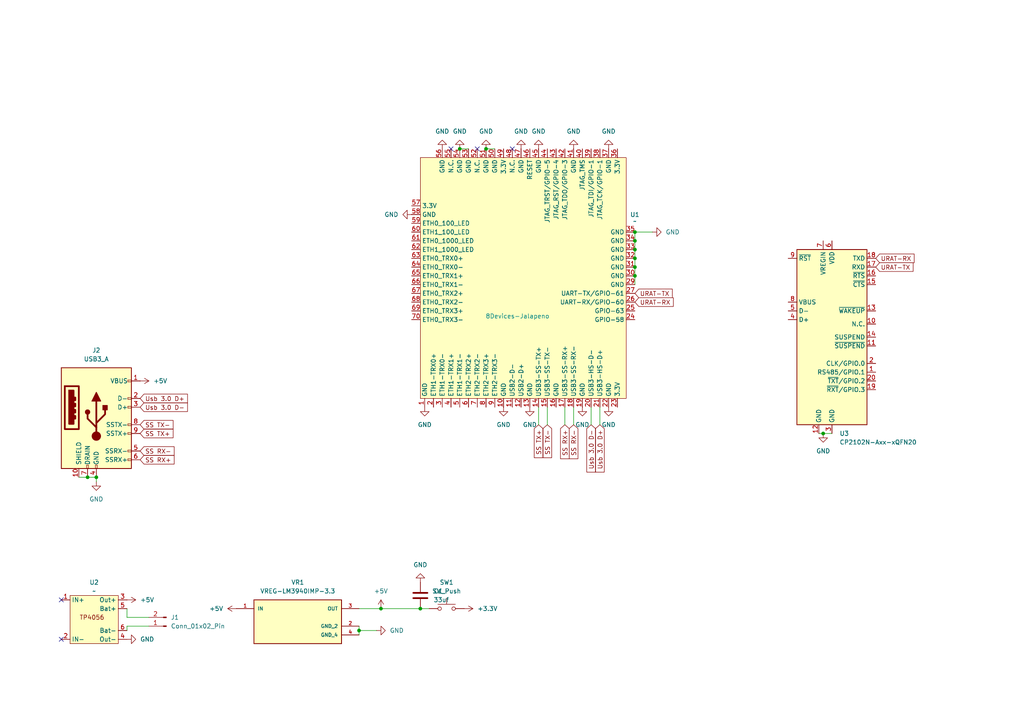
<source format=kicad_sch>
(kicad_sch (version 20231120) (generator "eeschema") (generator_version "8.0")
  (paper "A4")
  (lib_symbols
    (symbol "Connector:Conn_01x02_Pin" (pin_names (offset 1.016) hide)
      (property "Reference" "J" (at 0 2.54 0))
      (property "Value" "Conn_01x02_Pin" (at 0 -5.08 0))
      (symbol "Conn_01x02_Pin_1_1"
        (polyline (pts (xy 1.27 -2.54) (xy 0.8636 -2.54)) (stroke (width 0.1524)))
        (polyline (pts (xy 1.27 0) (xy 0.8636 0)) (stroke (width 0.1524)))
        (rectangle (start 0.8636 -2.413) (end 0 -2.667) (stroke (width 0.1524)) (fill (type outline)))
        (rectangle (start 0.8636 0.127) (end 0 -0.127) (stroke (width 0.1524)) (fill (type outline)))
        (pin passive line (at 5.08 0 180) (length 3.81) (name "Pin_1") (number "1"))
        (pin passive line (at 5.08 -2.54 180) (length 3.81) (name "Pin_2") (number "2"))
      )
    )
    (symbol "Connector:USB3_A" (pin_names (offset 1.016))
      (property "Reference" "J2" (at 0 19.05 0))
      (property "Value" "USB3_A" (at 0 16.51 0))
      (symbol "USB3_A_0_0"
        (rectangle (start -9.144 8.636) (end -5.08 -3.81) (stroke (width 0.508)))
        (rectangle (start -7.874 7.366) (end -6.604 -2.286) (stroke (width 0.508)) (fill (type outline)))
        (rectangle (start -6.35 0) (end -6.096 -0.762) (stroke (width 0.508)))
        (rectangle (start -6.35 1.778) (end -6.096 1.016) (stroke (width 0.508)))
        (rectangle (start -6.35 3.556) (end -6.096 2.794) (stroke (width 0.508)))
        (rectangle (start -6.35 5.334) (end -6.096 4.572) (stroke (width 0.508)))
        (rectangle (start -2.794 -15.24) (end -2.286 -14.224))
        (rectangle (start -0.254 -15.24) (end 0.254 -14.224))
        (rectangle (start 10.16 -12.446) (end 9.144 -12.954))
        (rectangle (start 10.16 -9.906) (end 9.144 -10.414))
        (rectangle (start 10.16 -4.826) (end 9.144 -5.334))
        (rectangle (start 10.16 -2.286) (end 9.144 -2.794))
        (rectangle (start 10.16 2.794) (end 9.144 2.286))
        (rectangle (start 10.16 5.334) (end 9.144 4.826))
        (rectangle (start 10.16 10.414) (end 9.144 9.906))
      )
      (symbol "USB3_A_0_1"
        (rectangle (start -10.16 13.97) (end 10.16 -15.24) (stroke (width 0.254)) (fill (type background)))
      )
      (symbol "USB3_A_1_1"
        (circle (center -2.54 1.143) (radius 0.635) (stroke (width 0.254)) (fill (type outline)))
        (circle (center 0 -5.842) (radius 1.27) (fill (type outline)))
        (polyline (pts (xy 0 -5.842) (xy 0 4.318)) (stroke (width 0.508)))
        (polyline (pts (xy 0 -3.302) (xy -2.54 -0.762) (xy -2.54 0.508)) (stroke (width 0.508)))
        (polyline (pts (xy 0 -2.032) (xy 2.54 0.508) (xy 2.54 1.778)) (stroke (width 0.508)))
        (polyline (pts (xy -1.27 4.318) (xy 0 6.858) (xy 1.27 4.318) (xy -1.27 4.318)) (stroke (width 0.254)) (fill (type outline)))
        (rectangle (start 1.905 1.778) (end 3.175 3.048) (stroke (width 0.254)) (fill (type outline)))
        (pin power_in line (at 12.7 10.16 180) (length 2.54) (name "VBUS") (number "1"))
        (pin passive line (at -5.08 -17.78 90) (length 2.54) (name "SHIELD") (number "10"))
        (pin bidirectional line (at 12.7 5.08 180) (length 2.54) (name "D-") (number "2"))
        (pin bidirectional line (at 12.7 2.54 180) (length 2.54) (name "D+") (number "3"))
        (pin power_in line (at 0 -17.78 90) (length 2.54) (name "GND") (number "4"))
        (pin output line (at 12.7 -10.16 180) (length 2.54) (name "SSRX-") (number "5"))
        (pin output line (at 12.7 -12.7 180) (length 2.54) (name "SSRX+") (number "6"))
        (pin passive line (at -2.54 -17.78 90) (length 2.54) (name "DRAIN") (number "7"))
        (pin input line (at 12.7 -2.54 180) (length 2.54) (name "SSTX-") (number "8"))
        (pin input line (at 12.7 -5.08 180) (length 2.54) (name "SSTX+") (number "9"))
      )
    )
    (symbol "Custom Symbols:8Devices-Jalapeno"
      (property "Reference" "U" (at 0 0 0))
      (symbol "8Devices-Jalapeno_1_1"
        (rectangle (start -25.4 52.07) (end 34.29 -17.78) (fill (type background)))
        (text "8Devices-Jalapeno" (at 2.794 6.096 0) (effects (font (size 1.27 1.27))))
        (pin input line (at -24.13 -20.32 90) (length 2.54) (name "GND") (number "1"))
        (pin input line (at -1.27 -20.32 90) (length 2.54) (name "GND") (number "10"))
        (pin input line (at 1.27 -20.32 90) (length 2.54) (name "USB2-D-") (number "11"))
        (pin input line (at 3.81 -20.32 90) (length 2.54) (name "USB2-D+") (number "12"))
        (pin input line (at 6.35 -20.32 90) (length 2.54) (name "GND") (number "13"))
        (pin input line (at 8.89 -20.32 90) (length 2.54) (name "USB3-SS-TX+") (number "14"))
        (pin input line (at 11.43 -20.32 90) (length 2.54) (name "USB3-SS-TX-") (number "15"))
        (pin input line (at 13.97 -20.32 90) (length 2.54) (name "GND") (number "16"))
        (pin input line (at 16.51 -20.32 90) (length 2.54) (name "USB3-SS-RX+") (number "17"))
        (pin input line (at 19.05 -20.32 90) (length 2.54) (name "USB3-SS-RX-") (number "18"))
        (pin input line (at 21.59 -20.32 90) (length 2.54) (name "GND") (number "19"))
        (pin input line (at -21.59 -20.32 90) (length 2.54) (name "ETH1-TRX0+") (number "2"))
        (pin input line (at 24.13 -20.32 90) (length 2.54) (name "USB3-HS-D-") (number "20"))
        (pin input line (at 26.67 -20.32 90) (length 2.54) (name "USB3-HS-D+") (number "21"))
        (pin input line (at 29.21 -20.32 90) (length 2.54) (name "GND") (number "22"))
        (pin input line (at 31.75 -20.32 90) (length 2.54) (name "3.3V") (number "23"))
        (pin input line (at 36.83 5.08 180) (length 2.54) (name "GPIO-58") (number "24"))
        (pin input line (at 36.83 7.62 180) (length 2.54) (name "GPIO-63") (number "25"))
        (pin input line (at 36.83 10.16 180) (length 2.54) (name "UART-RX/GPIO-60") (number "26"))
        (pin input line (at 36.83 12.7 180) (length 2.54) (name "UART-TX/GPIO-61") (number "27"))
        (pin input line (at 36.83 15.24 180) (length 2.54) (name "GND") (number "29"))
        (pin input line (at -19.05 -20.32 90) (length 2.54) (name "ETH1-TRX0-") (number "3"))
        (pin input line (at 36.83 17.78 180) (length 2.54) (name "GND") (number "30"))
        (pin input line (at 36.83 20.32 180) (length 2.54) (name "GND") (number "31"))
        (pin input line (at 36.83 22.86 180) (length 2.54) (name "GND") (number "32"))
        (pin input line (at 36.83 25.4 180) (length 2.54) (name "GND") (number "33"))
        (pin input line (at 36.83 27.94 180) (length 2.54) (name "GND") (number "34"))
        (pin input line (at 36.83 30.48 180) (length 2.54) (name "GND") (number "35"))
        (pin input line (at 31.75 54.61 270) (length 2.54) (name "3.3V") (number "36"))
        (pin input line (at 29.21 54.61 270) (length 2.54) (name "GND") (number "37"))
        (pin input line (at 26.67 54.61 270) (length 2.54) (name "JTAG_TCK/GPIO-1") (number "38"))
        (pin input line (at 24.13 54.61 270) (length 2.54) (name "JTAG_TDI/GPIO-1") (number "39"))
        (pin input line (at -16.51 -20.32 90) (length 2.54) (name "ETH1-TRX1+") (number "4"))
        (pin input line (at 21.59 54.61 270) (length 2.54) (name "JTAG_TMS") (number "40"))
        (pin input line (at 19.05 54.61 270) (length 2.54) (name "GND") (number "41"))
        (pin input line (at 16.51 54.61 270) (length 2.54) (name "JTAG_TDO/GPIO-3") (number "42"))
        (pin input line (at 13.97 54.61 270) (length 2.54) (name "JTAG_RST/GPIO-4") (number "43"))
        (pin input line (at 11.43 54.61 270) (length 2.54) (name "JTAG_TRST/GPIO-5") (number "44"))
        (pin input line (at 8.89 54.61 270) (length 2.54) (name "GND") (number "45"))
        (pin input line (at 6.35 54.61 270) (length 2.54) (name "RESET") (number "46"))
        (pin input line (at 3.81 54.61 270) (length 2.54) (name "GND") (number "47"))
        (pin input line (at 1.27 54.61 270) (length 2.54) (name "N.C.") (number "48"))
        (pin input line (at -1.27 54.61 270) (length 2.54) (name "3.3V") (number "49"))
        (pin input line (at -13.97 -20.32 90) (length 2.54) (name "ETH1-TRX1-") (number "5"))
        (pin input line (at -3.81 54.61 270) (length 2.54) (name "GND") (number "50"))
        (pin input line (at -6.35 54.61 270) (length 2.54) (name "GND") (number "51"))
        (pin input line (at -8.89 54.61 270) (length 2.54) (name "N.C.") (number "52"))
        (pin input line (at -11.43 54.61 270) (length 2.54) (name "GND") (number "53"))
        (pin input line (at -13.97 54.61 270) (length 2.54) (name "GND") (number "54"))
        (pin input line (at -16.51 54.61 270) (length 2.54) (name "N.C.") (number "55"))
        (pin input line (at -19.05 54.61 270) (length 2.54) (name "GND") (number "56"))
        (pin input line (at -27.94 38.1 0) (length 2.54) (name "3.3V") (number "57"))
        (pin input line (at -27.94 35.56 0) (length 2.54) (name "GND") (number "58"))
        (pin input line (at -27.94 33.02 0) (length 2.54) (name "ETH0_100_LED") (number "59"))
        (pin input line (at -11.43 -20.32 90) (length 2.54) (name "ETH2-TRX2+") (number "6"))
        (pin input line (at -27.94 30.48 0) (length 2.54) (name "ETH1_100_LED") (number "60"))
        (pin input line (at -27.94 27.94 0) (length 2.54) (name "ETH0_1000_LED") (number "61"))
        (pin input line (at -27.94 25.4 0) (length 2.54) (name "ETH1_1000_LED") (number "62"))
        (pin input line (at -27.94 22.86 0) (length 2.54) (name "ETH0_TRX0+") (number "63"))
        (pin input line (at -27.94 20.32 0) (length 2.54) (name "ETH0_TRX0-") (number "64"))
        (pin input line (at -27.94 17.78 0) (length 2.54) (name "ETH0_TRX1+") (number "65"))
        (pin input line (at -27.94 15.24 0) (length 2.54) (name "ETH0_TRX1-") (number "66"))
        (pin input line (at -27.94 12.7 0) (length 2.54) (name "ETH0_TRX2+") (number "67"))
        (pin input line (at -27.94 10.16 0) (length 2.54) (name "ETH0_TRX2-") (number "68"))
        (pin input line (at -27.94 7.62 0) (length 2.54) (name "ETH0_TRX3+") (number "69"))
        (pin input line (at -8.89 -20.32 90) (length 2.54) (name "ETH2-TRX2-") (number "7"))
        (pin input line (at -27.94 5.08 0) (length 2.54) (name "ETH0_TRX3-") (number "70"))
        (pin input line (at -6.35 -20.32 90) (length 2.54) (name "ETH2-TRX3+") (number "8"))
        (pin input line (at -3.81 -20.32 90) (length 2.54) (name "ETH2-TRX3-") (number "9"))
      )
    )
    (symbol "Custom Symbols:TP4056_Module"
      (property "Reference" "U" (at 1.27 -6.35 0))
      (symbol "TP4056_Module_1_1"
        (rectangle (start -2.54 2.54) (end 11.43 -11.43) (fill (type background)))
        (text "TP4056" (at 3.81 -3.81 0) (effects (font (size 1.27 1.27))))
        (pin input line (at -5.08 1.27 0) (length 2.54) (name "IN+") (number "1"))
        (pin input line (at -5.08 -10.16 0) (length 2.54) (name "IN-") (number "2"))
        (pin input line (at 13.97 1.27 180) (length 2.54) (name "Out+") (number "3"))
        (pin input line (at 13.97 -10.16 180) (length 2.54) (name "Out-") (number "4"))
        (pin input line (at 13.97 -1.27 180) (length 2.54) (name "Bat+") (number "5"))
        (pin input line (at 13.97 -7.62 180) (length 2.54) (name "Bat-") (number "6"))
      )
    )
    (symbol "Custom Symbols:VREG-LM3940IMP-3.3" (pin_names (offset 1.016))
      (property "Reference" "VR" (at -12.7 6.08 0))
      (property "Value" "VREG-LM3940IMP-3.3" (at -12.7 -9.08 0))
      (symbol "VREG-LM3940IMP-3.3_0_0"
        (rectangle (start -12.7 5.08) (end 12.7 -7.62) (stroke (width 0.254)) (fill (type background)))
        (pin input line (at -17.78 2.54 0) (length 5.08) (name "IN") (number "1"))
        (pin power_in line (at 17.78 -2.54 180) (length 5.08) (name "GND_2") (number "2"))
        (pin output line (at 17.78 2.54 180) (length 5.08) (name "OUT") (number "3"))
        (pin power_in line (at 17.78 -5.08 180) (length 5.08) (name "GND_4") (number "4"))
      )
    )
    (symbol "Device:C" (pin_numbers hide) (pin_names (offset 0.254))
      (property "Reference" "C" (at 0.635 2.54 0))
      (property "Value" "C" (at 0.635 -2.54 0))
      (symbol "C_0_1"
        (polyline (pts (xy -2.032 -0.762) (xy 2.032 -0.762)) (stroke (width 0.508)))
        (polyline (pts (xy -2.032 0.762) (xy 2.032 0.762)) (stroke (width 0.508)))
      )
      (symbol "C_1_1"
        (pin passive line (at 0 3.81 270) (length 2.794) (name "~") (number "1"))
        (pin passive line (at 0 -3.81 90) (length 2.794) (name "~") (number "2"))
      )
    )
    (symbol "Interface_USB:CP2102N-Axx-xQFN20"
      (property "Reference" "U3" (at 2.1941 -27.94 0))
      (property "Value" "CP2102N-Axx-xQFN20" (at 2.1941 -30.48 0))
      (symbol "CP2102N-Axx-xQFN20_0_1"
        (rectangle (start -10.16 25.4) (end 10.16 -25.4) (stroke (width 0.254)) (fill (type background)))
      )
      (symbol "CP2102N-Axx-xQFN20_1_1"
        (pin bidirectional line (at 12.7 -10.16 180) (length 2.54) (name "RS485/GPIO.1") (number "1"))
        (pin input line (at 12.7 3.81 180) (length 2.54) (name "N.C.") (number "10"))
        (pin no_connect line (at -10.16 -22.86 0) (length 2.54) hide (name "NC") (number "10"))
        (pin output line (at 12.7 -2.54 180) (length 2.54) (name "~{SUSPEND}") (number "11"))
        (pin input line (at -3.81 -27.94 90) (length 2.54) (name "GND") (number "12"))
        (pin passive line (at 0 -27.94 90) (length 2.54) hide (name "GND") (number "12"))
        (pin input line (at 12.7 7.62 180) (length 2.54) (name "~{WAKEUP}") (number "13"))
        (pin output line (at 12.7 0 180) (length 2.54) (name "SUSPEND") (number "14"))
        (pin input line (at 12.7 15.24 180) (length 2.54) (name "~{CTS}") (number "15"))
        (pin output line (at 12.7 17.78 180) (length 2.54) (name "~{RTS}") (number "16"))
        (pin input line (at 12.7 20.32 180) (length 2.54) (name "RXD") (number "17"))
        (pin output line (at 12.7 22.86 180) (length 2.54) (name "TXD") (number "18"))
        (pin bidirectional line (at 12.7 -15.24 180) (length 2.54) (name "~{RXT}/GPIO.3") (number "19"))
        (pin bidirectional line (at 12.7 -7.62 180) (length 2.54) (name "CLK/GPIO.0") (number "2"))
        (pin bidirectional line (at 12.7 -12.7 180) (length 2.54) (name "~{TXT}/GPIO.2") (number "20"))
        (pin passive line (at 0 -27.94 90) (length 2.54) hide (name "GND") (number "21"))
        (pin power_in line (at 0 -27.94 90) (length 2.54) (name "GND") (number "3"))
        (pin bidirectional line (at -12.7 5.08 0) (length 2.54) (name "D+") (number "4"))
        (pin bidirectional line (at -12.7 7.62 0) (length 2.54) (name "D-") (number "5"))
        (pin power_in line (at 0 27.94 270) (length 2.54) (name "VDD") (number "6"))
        (pin power_in line (at -2.54 27.94 270) (length 2.54) (name "VREGIN") (number "7"))
        (pin input line (at -12.7 10.16 0) (length 2.54) (name "VBUS") (number "8"))
        (pin input line (at -12.7 22.86 0) (length 2.54) (name "~{RST}") (number "9"))
      )
    )
    (symbol "Switch:SW_Push" (pin_numbers hide) (pin_names (offset 1.016) hide)
      (property "Reference" "SW" (at 1.27 2.54 0))
      (property "Value" "SW_Push" (at 0 -1.524 0))
      (symbol "SW_Push_0_1"
        (circle (center -2.032 0) (radius 0.508))
        (polyline (pts (xy 0 1.27) (xy 0 3.048)))
        (polyline (pts (xy 2.54 1.27) (xy -2.54 1.27)))
        (circle (center 2.032 0) (radius 0.508))
        (pin passive line (at -5.08 0 0) (length 2.54) (name "1") (number "1"))
        (pin passive line (at 5.08 0 180) (length 2.54) (name "2") (number "2"))
      )
    )
    (symbol "power:+3.3V" (power) (pin_numbers hide) (pin_names (offset 0) hide)
      (property "Value" "+3.3V" (at 0 3.556 0))
      (symbol "+3.3V_0_1"
        (polyline (pts (xy -0.762 1.27) (xy 0 2.54)))
        (polyline (pts (xy 0 0) (xy 0 2.54)))
        (polyline (pts (xy 0 2.54) (xy 0.762 1.27)))
      )
      (symbol "+3.3V_1_1"
        (pin power_in line (at 0 0 90) (length 0) (name "~") (number "1"))
      )
    )
    (symbol "power:+5V" (power) (pin_numbers hide) (pin_names (offset 0) hide)
      (property "Value" "+5V" (at 0 3.556 0))
      (symbol "+5V_0_1"
        (polyline (pts (xy -0.762 1.27) (xy 0 2.54)))
        (polyline (pts (xy 0 0) (xy 0 2.54)))
        (polyline (pts (xy 0 2.54) (xy 0.762 1.27)))
      )
      (symbol "+5V_1_1"
        (pin power_in line (at 0 0 90) (length 0) (name "~") (number "1"))
      )
    )
    (symbol "power:GND" (power) (pin_numbers hide) (pin_names (offset 0) hide)
      (property "Value" "GND" (at 0 -3.81 0))
      (symbol "GND_0_1"
        (polyline (pts (xy 0 0) (xy 0 -1.27) (xy 1.27 -1.27) (xy 0 -2.54) (xy -1.27 -1.27) (xy 0 -1.27)))
      )
      (symbol "GND_1_1"
        (pin power_in line (at 0 0 270) (length 0) (name "~") (number "1"))
      )
    )
  )
  (junction (at 238.76 125.73))
  (junction (at 27.94 138.43))
  (junction (at 104.14 182.88))
  (junction (at 25.4 138.43))
  (junction (at 184.15 77.47))
  (junction (at 184.15 80.01))
  (junction (at 133.35 43.18))
  (junction (at 184.15 74.93))
  (junction (at 140.97 43.18))
  (junction (at 121.92 176.53))
  (junction (at 184.15 69.85))
  (junction (at 184.15 72.39))
  (junction (at 110.49 176.53))
  (junction (at 184.15 67.31))
  (no_connect (at 148.59 43.18))
  (no_connect (at 17.78 173.99))
  (no_connect (at 138.43 43.18))
  (no_connect (at 17.78 185.42))
  (no_connect (at 130.81 43.18))
  (wire (pts (xy 25.4 138.43) (xy 27.94 138.43)))
  (wire (pts (xy 184.15 80.01) (xy 184.15 82.55)))
  (wire (pts (xy 171.45 118.11) (xy 171.45 123.19)))
  (wire (pts (xy 109.22 182.88) (xy 104.14 182.88)))
  (wire (pts (xy 184.15 67.31) (xy 184.15 69.85)))
  (wire (pts (xy 43.18 181.61) (xy 36.83 181.61)))
  (wire (pts (xy 140.97 43.18) (xy 143.51 43.18)))
  (wire (pts (xy 104.14 182.88) (xy 104.14 184.15)))
  (wire (pts (xy 189.23 67.31) (xy 184.15 67.31)))
  (wire (pts (xy 166.37 123.19) (xy 166.37 118.11)))
  (wire (pts (xy 184.15 72.39) (xy 184.15 74.93)))
  (wire (pts (xy 184.15 74.93) (xy 184.15 77.47)))
  (wire (pts (xy 184.15 77.47) (xy 184.15 80.01)))
  (wire (pts (xy 27.94 138.43) (xy 27.94 139.7)))
  (wire (pts (xy 238.76 125.73) (xy 241.3 125.73)))
  (wire (pts (xy 110.49 176.53) (xy 121.92 176.53)))
  (wire (pts (xy 156.21 123.19) (xy 156.21 118.11)))
  (wire (pts (xy 104.14 181.61) (xy 104.14 182.88)))
  (wire (pts (xy 36.83 179.07) (xy 36.83 176.53)))
  (wire (pts (xy 237.49 125.73) (xy 238.76 125.73)))
  (wire (pts (xy 22.86 138.43) (xy 25.4 138.43)))
  (wire (pts (xy 158.75 123.19) (xy 158.75 118.11)))
  (wire (pts (xy 36.83 181.61) (xy 36.83 182.88)))
  (wire (pts (xy 173.99 118.11) (xy 173.99 123.19)))
  (wire (pts (xy 163.83 123.19) (xy 163.83 118.11)))
  (wire (pts (xy 184.15 69.85) (xy 184.15 72.39)))
  (wire (pts (xy 133.35 43.18) (xy 135.89 43.18)))
  (wire (pts (xy 104.14 176.53) (xy 110.49 176.53)))
  (wire (pts (xy 124.46 176.53) (xy 121.92 176.53)))
  (wire (pts (xy 43.18 179.07) (xy 36.83 179.07)))
  (global_label "SS RX-" (shape input) (at 40.64 130.81 0) (property "Intersheetrefs" "${INTERSHEET_REFS}" (effects (hide yes))))
  (global_label "Usb 3.0 D-" (shape input) (at 40.64 118.11 0) (property "Intersheetrefs" "${INTERSHEET_REFS}" (effects (hide yes))))
  (global_label "SS TX+" (shape input) (at 40.64 125.73 0) (property "Intersheetrefs" "${INTERSHEET_REFS}" (effects (hide yes))))
  (global_label "SS TX+" (shape input) (at 156.21 123.19 270) (property "Intersheetrefs" "${INTERSHEET_REFS}" (effects (hide yes))))
  (global_label "URAT-RX" (shape input) (at 184.15 87.63 0) (property "Intersheetrefs" "${INTERSHEET_REFS}" (effects (hide yes))))
  (global_label "SS RX-" (shape input) (at 166.37 123.19 270) (property "Intersheetrefs" "${INTERSHEET_REFS}" (effects (hide yes))))
  (global_label "Usb 3.0 D+" (shape input) (at 40.64 115.57 0) (property "Intersheetrefs" "${INTERSHEET_REFS}" (effects (hide yes))))
  (global_label "Usb 3.0 D+" (shape input) (at 173.99 123.19 270) (property "Intersheetrefs" "${INTERSHEET_REFS}" (effects (hide yes))))
  (global_label "SS TX-" (shape input) (at 158.75 123.19 270) (property "Intersheetrefs" "${INTERSHEET_REFS}" (effects (hide yes))))
  (global_label "URAT-TX" (shape input) (at 254 77.47 0) (property "Intersheetrefs" "${INTERSHEET_REFS}" (effects (hide yes))))
  (global_label "URAT-RX" (shape input) (at 254 74.93 0) (property "Intersheetrefs" "${INTERSHEET_REFS}" (effects (hide yes))))
  (global_label "SS RX+" (shape input) (at 40.64 133.35 0) (property "Intersheetrefs" "${INTERSHEET_REFS}" (effects (hide yes))))
  (global_label "SS RX+" (shape input) (at 163.83 123.19 270) (property "Intersheetrefs" "${INTERSHEET_REFS}" (effects (hide yes))))
  (global_label "URAT-TX" (shape input) (at 184.15 85.09 0) (property "Intersheetrefs" "${INTERSHEET_REFS}" (effects (hide yes))))
  (global_label "SS TX-" (shape input) (at 40.64 123.19 0) (property "Intersheetrefs" "${INTERSHEET_REFS}" (effects (hide yes))))
  (global_label "Usb 3.0 D-" (shape input) (at 171.45 123.19 270) (property "Intersheetrefs" "${INTERSHEET_REFS}" (effects (hide yes))))
  (symbol (lib_id "power:+5V") (at 40.64 110.49 270) (unit 1)
    (property "Reference" "#PWR022" (effects (hide yes)))
    (property "Value" "+5V" (at 44.45 110.4899 90) (effects (justify left)))
    (property "Description" "Power symbol creates a global label with name \"+5V\"" (effects (hide yes)))
  )
  (symbol (lib_id "Device:C") (at 121.92 172.72 0) (unit 1)
    (property "Reference" "C1" (at 125.73 171.4499 0) (effects (justify left)))
    (property "Value" "33uf" (at 125.73 173.9899 0) (effects (justify left)))
    (property "Description" "Unpolarized capacitor" (effects (hide yes)))
  )
  (symbol (lib_id "power:+3.3V") (at 134.62 176.53 270) (unit 1)
    (property "Reference" "#PWR01" (effects (hide yes)))
    (property "Value" "+3.3V" (at 138.43 176.5299 90) (effects (justify left)))
    (property "Description" "Power symbol creates a global label with name \"+3.3V\"" (effects (hide yes)))
  )
  (symbol (lib_id "power:GND") (at 27.94 139.7 0) (unit 1)
    (property "Reference" "#PWR023" (effects (hide yes)))
    (property "Value" "GND" (at 27.94 144.78 0))
    (property "Description" "Power symbol creates a global label with name \"GND\" , ground" (effects (hide yes)))
  )
  (symbol (lib_id "power:GND") (at 121.92 168.91 180) (unit 1)
    (property "Reference" "#PWR06" (effects (hide yes)))
    (property "Value" "GND" (at 121.92 163.83 0))
    (property "Description" "Power symbol creates a global label with name \"GND\" , ground" (effects (hide yes)))
  )
  (symbol (lib_id "power:+5V") (at 110.49 176.53 0) (unit 1)
    (property "Reference" "#PWR021" (effects (hide yes)))
    (property "Value" "+5V" (at 110.49 171.45 0))
    (property "Description" "Power symbol creates a global label with name \"+5V\"" (effects (hide yes)))
  )
  (symbol (lib_id "Connector:Conn_01x02_Pin") (at 48.26 181.61 180) (unit 1)
    (property "Reference" "J1" (at 49.53 179.0699 0) (effects (justify right)))
    (property "Value" "Conn_01x02_Pin" (at 49.53 181.6099 0) (effects (justify right)))
    (property "Description" "Generic connector, single row, 01x02, script generated" (effects (hide yes)))
  )
  (symbol (lib_id "Interface_USB:CP2102N-Axx-xQFN20") (at 241.3 97.79 0) (unit 1)
    (property "Reference" "U3" (at 243.4941 125.73 0) (effects (justify left)))
    (property "Value" "CP2102N-Axx-xQFN20" (at 243.4941 128.27 0) (effects (justify left)))
    (property "Footprint" "Package_DFN_QFN:SiliconLabs_QFN-20-1EP_3x3mm_P0.5mm" (effects (hide yes)))
    (property "Datasheet" "https://www.silabs.com/documents/public/data-sheets/cp2102n-datasheet.pdf" (effects (hide yes)))
    (property "Description" "USB to UART master bridge, QFN-20" (effects (hide yes)))
  )
  (symbol (lib_id "power:+5V") (at 68.58 176.53 90) (unit 1)
    (property "Reference" "#PWR02" (effects (hide yes)))
    (property "Value" "+5V" (at 64.77 176.5299 90) (effects (justify left)))
    (property "Description" "Power symbol creates a global label with name \"+5V\"" (effects (hide yes)))
  )
  (symbol (lib_id "Custom Symbols:8Devices-Jalapeno") (at 147.32 97.79 0) (unit 1)
    (property "Reference" "U1" (at 184.15 62.2614 0))
    (property "Value" "~" (at 184.15 64.1665 0))
  )
  (symbol (lib_id "power:GND") (at 176.53 118.11 0) (unit 1)
    (property "Reference" "#PWR08" (effects (hide yes)))
    (property "Value" "GND" (at 176.53 123.19 0))
    (property "Description" "Power symbol creates a global label with name \"GND\" , ground" (effects (hide yes)))
  )
  (symbol (lib_id "Custom Symbols:TP4056_Module") (at 22.86 175.26 0) (unit 1)
    (property "Reference" "U2" (at 27.305 168.91 0))
    (property "Value" "~" (at 27.305 171.45 0))
  )
  (symbol (lib_id "power:GND") (at 128.27 43.18 180) (unit 1)
    (property "Reference" "#PWR014" (effects (hide yes)))
    (property "Value" "GND" (at 128.27 38.1 0))
    (property "Description" "Power symbol creates a global label with name \"GND\" , ground" (effects (hide yes)))
  )
  (symbol (lib_id "Connector:USB3_A") (at 27.94 120.65 0) (unit 1)
    (property "Reference" "J2" (at 27.94 101.6 0))
    (property "Value" "USB3_A" (at 27.94 104.14 0))
    (property "Description" "USB 3.0 A connector" (effects (hide yes)))
  )
  (symbol (lib_id "power:GND") (at 166.37 43.18 180) (unit 1)
    (property "Reference" "#PWR019" (effects (hide yes)))
    (property "Value" "GND" (at 166.37 38.1 0))
    (property "Description" "Power symbol creates a global label with name \"GND\" , ground" (effects (hide yes)))
  )
  (symbol (lib_id "power:GND") (at 153.67 118.11 0) (unit 1)
    (property "Reference" "#PWR010" (effects (hide yes)))
    (property "Value" "GND" (at 153.67 123.19 0))
    (property "Description" "Power symbol creates a global label with name \"GND\" , ground" (effects (hide yes)))
  )
  (symbol (lib_id "power:GND") (at 156.21 43.18 180) (unit 1)
    (property "Reference" "#PWR018" (effects (hide yes)))
    (property "Value" "GND" (at 156.21 38.1 0))
    (property "Description" "Power symbol creates a global label with name \"GND\" , ground" (effects (hide yes)))
  )
  (symbol (lib_id "power:GND") (at 140.97 43.18 180) (unit 1)
    (property "Reference" "#PWR016" (effects (hide yes)))
    (property "Value" "GND" (at 140.97 38.1 0))
    (property "Description" "Power symbol creates a global label with name \"GND\" , ground" (effects (hide yes)))
  )
  (symbol (lib_id "power:GND") (at 176.53 43.18 180) (unit 1)
    (property "Reference" "#PWR020" (effects (hide yes)))
    (property "Value" "GND" (at 176.53 38.1 0))
    (property "Description" "Power symbol creates a global label with name \"GND\" , ground" (effects (hide yes)))
  )
  (symbol (lib_id "power:GND") (at 146.05 118.11 0) (unit 1)
    (property "Reference" "#PWR011" (effects (hide yes)))
    (property "Value" "GND" (at 146.05 123.19 0))
    (property "Description" "Power symbol creates a global label with name \"GND\" , ground" (effects (hide yes)))
  )
  (symbol (lib_id "power:GND") (at 109.22 182.88 90) (unit 1)
    (property "Reference" "#PWR05" (effects (hide yes)))
    (property "Value" "GND" (at 113.03 182.8799 90) (effects (justify right)))
    (property "Description" "Power symbol creates a global label with name \"GND\" , ground" (effects (hide yes)))
  )
  (symbol (lib_id "power:GND") (at 133.35 43.18 180) (unit 1)
    (property "Reference" "#PWR015" (effects (hide yes)))
    (property "Value" "GND" (at 133.35 38.1 0))
    (property "Description" "Power symbol creates a global label with name \"GND\" , ground" (effects (hide yes)))
  )
  (symbol (lib_id "power:GND") (at 151.13 43.18 180) (unit 1)
    (property "Reference" "#PWR017" (effects (hide yes)))
    (property "Value" "GND" (at 151.13 38.1 0))
    (property "Description" "Power symbol creates a global label with name \"GND\" , ground" (effects (hide yes)))
  )
  (symbol (lib_id "power:GND") (at 123.19 118.11 0) (unit 1)
    (property "Reference" "#PWR012" (effects (hide yes)))
    (property "Value" "GND" (at 123.19 123.19 0))
    (property "Description" "Power symbol creates a global label with name \"GND\" , ground" (effects (hide yes)))
  )
  (symbol (lib_id "Switch:SW_Push") (at 129.54 176.53 0) (unit 1)
    (property "Reference" "SW1" (at 129.54 168.91 0))
    (property "Value" "SW_Push" (at 129.54 171.45 0))
    (property "Description" "Push button switch, generic, two pins" (effects (hide yes)))
  )
  (symbol (lib_id "power:GND") (at 36.83 185.42 90) (unit 1)
    (property "Reference" "#PWR04" (effects (hide yes)))
    (property "Value" "GND" (at 40.64 185.4199 90) (effects (justify right)))
    (property "Description" "Power symbol creates a global label with name \"GND\" , ground" (effects (hide yes)))
  )
  (symbol (lib_id "Custom Symbols:VREG-LM3940IMP-3.3") (at 86.36 179.07 0) (unit 1)
    (property "Reference" "VR1" (at 86.36 168.91 0))
    (property "Value" "VREG-LM3940IMP-3.3" (at 86.36 171.45 0))
    (property "Footprint" "LM3940IMP-3.3_NOPB" (effects (hide yes)))
    (property "PARTREV" "G" (effects (hide yes)))
  )
  (symbol (lib_id "power:GND") (at 238.76 125.73 0) (unit 1)
    (property "Reference" "#PWR024" (effects (hide yes)))
    (property "Value" "GND" (at 238.76 130.81 0))
    (property "Description" "Power symbol creates a global label with name \"GND\" , ground" (effects (hide yes)))
  )
  (symbol (lib_id "power:+5V") (at 36.83 173.99 270) (unit 1)
    (property "Reference" "#PWR03" (effects (hide yes)))
    (property "Value" "+5V" (at 40.64 173.9899 90) (effects (justify left)))
    (property "Description" "Power symbol creates a global label with name \"+5V\"" (effects (hide yes)))
  )
  (symbol (lib_id "power:GND") (at 189.23 67.31 90) (unit 1)
    (property "Reference" "#PWR07" (effects (hide yes)))
    (property "Value" "GND" (at 193.04 67.3099 90) (effects (justify right)))
    (property "Description" "Power symbol creates a global label with name \"GND\" , ground" (effects (hide yes)))
  )
  (symbol (lib_id "power:GND") (at 119.38 62.23 270) (unit 1)
    (property "Reference" "#PWR013" (effects (hide yes)))
    (property "Value" "GND" (at 115.57 62.2299 90) (effects (justify right)))
    (property "Description" "Power symbol creates a global label with name \"GND\" , ground" (effects (hide yes)))
  )
  (symbol (lib_id "power:GND") (at 168.91 118.11 0) (unit 1)
    (property "Reference" "#PWR09" (effects (hide yes)))
    (property "Value" "GND" (at 168.91 123.19 0))
    (property "Description" "Power symbol creates a global label with name \"GND\" , ground" (effects (hide yes)))
  )
)
</source>
